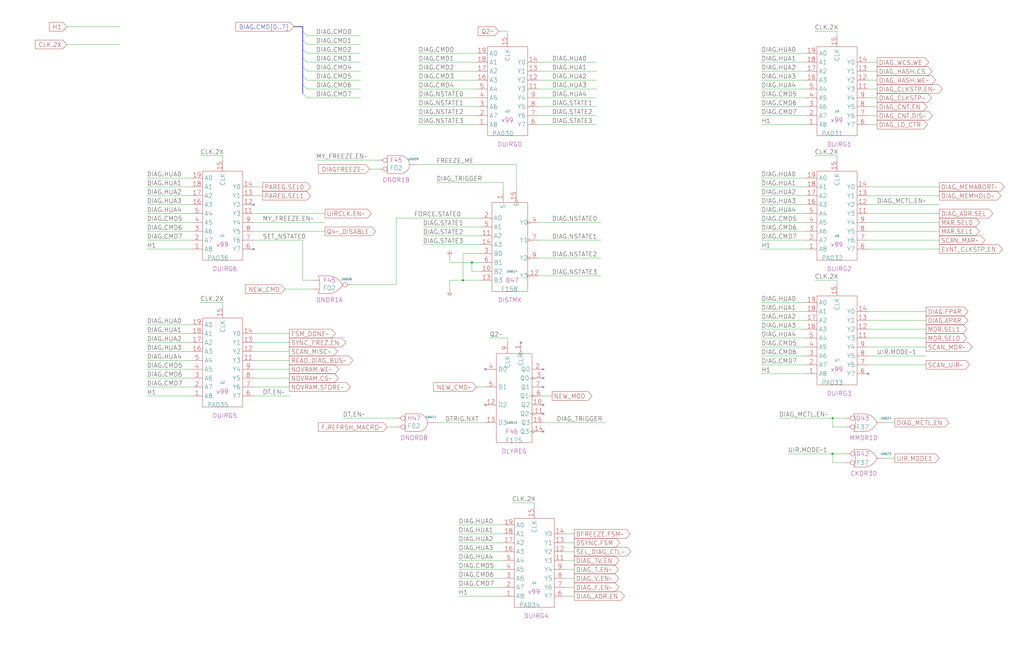
<source format=kicad_sch>
(kicad_sch (version 20230121) (generator eeschema)
  (paper "User" 584.2 378.46)
  (title_block (title "DIAGNOSTIC PROCESSOR") (date "20-MAR-90") (rev "1.0") (comment 1 "FIU") (comment 2 "232-003065") (comment 3 "S400") (comment 4 "RELEASED"))
  (lib_symbols
    (symbol "r1000:F02" (pin_numbers hide) (pin_names hide)
      (property "Reference" "U" (at 12.16 0.635 0))
      (property "Value" "F02" (at -1.27 -4.445 0))
      (property "Location" "___" (at 2.54 0 0))
      (property "Name" "______" (at 2.54 -12.7 0))
      (symbol "F02_0_1"
        (arc (start -3.81 -7.62) (mid -2.9847 -2.54) (end -3.81 2.54) (stroke (width 0.1524)))
        (polyline (pts (xy -5.08 -5.08) (xy -3.175 -5.08)) (stroke (width 0.1524)))
        (polyline (pts (xy -5.08 0) (xy -3.175 0)) (stroke (width 0.1524)))
        (polyline (pts (xy -3.81 -7.62) (xy 2.54 -7.62)) (stroke (width 0.1524)))
        (polyline (pts (xy -3.81 2.54) (xy 2.54 2.54)) (stroke (width 0.1524)))
        (polyline (pts (xy 13.97 -2.54) (xy 12.7 -2.54)) (stroke (width 0.1524)))
        (arc (start 2.54 -7.62) (mid 6.9515 -5.9823) (end 10.16 -2.54) (stroke (width 0.1524)))
        (arc (start 10.16 -2.54) (mid 6.9478 0.8966) (end 2.54 2.54) (stroke (width 0.1524)))
        (circle (center 11.43 -2.54) (radius 1.27) (stroke (width 0.1524)))
      )
      (symbol "F02_0_2"
        (circle (center -3.81 -5.08) (radius 1.27) (stroke (width 0.1524)))
        (circle (center -3.81 0) (radius 1.27) (stroke (width 0.1524)))
        (polyline (pts (xy -2.54 -7.62) (xy 5.08 -7.62)) (stroke (width 0.1524)))
        (polyline (pts (xy -2.54 2.54) (xy -2.54 -7.62)) (stroke (width 0.1524)))
        (polyline (pts (xy -2.54 2.54) (xy 5.08 2.54)) (stroke (width 0.1524)))
        (polyline (pts (xy 11.43 -2.54) (xy 10.16 -2.54)) (stroke (width 0.1524)))
        (polyline (pts (xy 11.43 -2.54) (xy 12.7 -2.54)) (stroke (width 0.1524)))
        (arc (start 5.08 -7.62) (mid 10.1282 -2.54) (end 5.08 2.54) (stroke (width 0.1524)))
      )
      (symbol "F02_1_1"
        (pin input line (at -7.62 0 0) (length 2.54) (name "D0") (number "1"))
        (pin input line (at -7.62 -5.08 0) (length 2.54) (name "D1") (number "2"))
        (pin output line (at 15.24 -2.54 180) (length 1.27) (name "Q") (number "3"))
      )
      (symbol "F02_1_2"
        (pin input line (at -7.62 0 0) (length 2.54) (name "D0") (number "1"))
        (pin input line (at -7.62 -5.08 0) (length 2.54) (name "D1") (number "2"))
        (pin output line (at 15.24 -2.54 180) (length 2.54) (name "Q") (number "3"))
      )
    )
    (symbol "r1000:F158" (pin_names (offset 1.016))
      (property "Reference" "U" (at 2.54 5.08 0))
      (property "Value" "F158" (at -3.81 -5.08 0))
      (property "Location" "___" (at -1.27 0 0))
      (property "Name" "______" (at 1.27 -12.7 0))
      (symbol "F158_1_1"
        (rectangle (start -8.89 44.45) (end 11.43 -6.35))
        (circle (center 5.08 45.085) (radius 0.635))
        (circle (center 12.065 2.54) (radius 0.635))
        (circle (center 12.065 12.7) (radius 0.635))
        (circle (center 12.065 22.86) (radius 0.635))
        (circle (center 12.065 33.02) (radius 0.635))
        (pin input line (at -2.54 50.8 270) (length 6.35) (name "S") (number "1"))
        (pin input line (at -15.24 5.08 0) (length 6.35) (name "B2") (number "10"))
        (pin input line (at -15.24 25.4 0) (length 6.35) (name "A2") (number "11"))
        (pin output line (at 17.78 2.54 180) (length 5.08) (name "Y3") (number "12"))
        (pin input line (at -15.24 0 0) (length 6.35) (name "B3") (number "13"))
        (pin input line (at -15.24 20.32 0) (length 6.35) (name "A3") (number "14"))
        (pin input line (at 5.08 50.8 270) (length 5.08) (name "E") (number "15"))
        (pin input line (at -15.24 35.56 0) (length 6.35) (name "A0") (number "2"))
        (pin input line (at -15.24 15.24 0) (length 6.35) (name "B0") (number "3"))
        (pin output line (at 17.78 33.02 180) (length 5.08) (name "Y0") (number "4"))
        (pin input line (at -15.24 30.48 0) (length 6.35) (name "A1") (number "5"))
        (pin input line (at -15.24 10.16 0) (length 6.35) (name "B1") (number "6"))
        (pin output line (at 17.78 22.86 180) (length 5.08) (name "Y1") (number "7"))
        (pin output line (at 17.78 12.7 180) (length 5.08) (name "Y2") (number "9"))
      )
    )
    (symbol "r1000:F175" (pin_names (offset 1.016))
      (property "Reference" "U" (at 2.54 5.08 0))
      (property "Value" "F175" (at -1.27 -5.08 0))
      (property "Location" "___" (at -1.27 0 0))
      (property "Name" "______" (at 3.81 -12.7 0))
      (symbol "F175_1_1"
        (rectangle (start -6.35 44.45) (end 13.97 -6.35))
        (circle (center 7.62 45.085) (radius 0.635))
        (circle (center 14.605 0) (radius 0.635))
        (circle (center 14.605 10.16) (radius 0.635))
        (circle (center 14.605 20.32) (radius 0.635))
        (circle (center 14.605 30.48) (radius 0.635))
        (pin input line (at 7.62 50.8 270) (length 5.08) (name "CLR") (number "1"))
        (pin output line (at 20.32 15.24 180) (length 6.35) (name "Q2") (number "10"))
        (pin output line (at 20.32 10.16 180) (length 5.08) (name "Q2~") (number "11"))
        (pin input line (at -12.7 15.24 0) (length 6.35) (name "D2") (number "12"))
        (pin input line (at -12.7 5.08 0) (length 6.35) (name "D3") (number "13"))
        (pin output line (at 20.32 0 180) (length 5.08) (name "Q3~") (number "14"))
        (pin output line (at 20.32 5.08 180) (length 6.35) (name "Q3") (number "15"))
        (pin output line (at 20.32 35.56 180) (length 6.35) (name "Q0") (number "2"))
        (pin output line (at 20.32 30.48 180) (length 5.08) (name "Q0~") (number "3"))
        (pin input line (at -12.7 35.56 0) (length 6.35) (name "D0") (number "4"))
        (pin input line (at -12.7 25.4 0) (length 6.35) (name "D1") (number "5"))
        (pin output line (at 20.32 20.32 180) (length 5.08) (name "Q1~") (number "6"))
        (pin output line (at 20.32 25.4 180) (length 6.35) (name "Q1") (number "7"))
        (pin input line (at 0 50.8 270) (length 6.35) (name "CLK") (number "9"))
      )
    )
    (symbol "r1000:F37" (pin_numbers hide) (pin_names (offset 0) hide)
      (property "Reference" "U" (at 15.24 0 0))
      (property "Value" "F37" (at 1.905 -5.08 0))
      (property "Location" "___" (at 1.905 0 0))
      (property "Name" "______" (at 2.54 -12.7 0))
      (symbol "F37_0_1"
        (polyline (pts (xy -2.54 -7.62) (xy 5.08 -7.62)) (stroke (width 0.1524)))
        (polyline (pts (xy -2.54 2.54) (xy -2.54 -7.62)) (stroke (width 0.1524)))
        (polyline (pts (xy -2.54 2.54) (xy 5.08 2.54)) (stroke (width 0.1524)))
        (arc (start 5.08 -7.62) (mid 10.1282 -2.54) (end 5.08 2.54) (stroke (width 0.1524)))
        (circle (center 11.43 -2.54) (radius 1.27) (stroke (width 0.1524)))
      )
      (symbol "F37_0_2"
        (circle (center -3.81 -5.08) (radius 1.27) (stroke (width 0.1524)))
        (circle (center -3.81 0) (radius 1.27) (stroke (width 0.1524)))
        (arc (start -3.175 -7.62) (mid -2.134 -2.54) (end -3.175 2.54) (stroke (width 0.1524)))
        (polyline (pts (xy -3.175 -7.62) (xy 3.81 -7.62)) (stroke (width 0.1524)))
        (polyline (pts (xy -3.175 2.54) (xy 3.81 2.54)) (stroke (width 0.1524)))
        (arc (start 3.81 -7.62) (mid 7.5855 -5.8306) (end 10.16 -2.54) (stroke (width 0.1524)))
        (arc (start 10.16 -2.54) (mid 7.5827 0.7471) (end 3.81 2.54) (stroke (width 0.1524)))
      )
      (symbol "F37_1_1"
        (pin input line (at -7.62 0 0) (length 5.08) (name "D0") (number "1"))
        (pin input line (at -7.62 -5.08 0) (length 5.08) (name "D1") (number "2"))
        (pin output line (at 15.24 -2.54 180) (length 2.54) (name "Q") (number "3"))
      )
      (symbol "F37_1_2"
        (pin input line (at -7.62 0 0) (length 2.54) (name "D0") (number "1"))
        (pin input line (at -7.62 -5.08 0) (length 2.54) (name "D1") (number "2"))
        (pin output line (at 15.24 -2.54 180) (length 5.08) (name "Q") (number "3"))
      )
    )
    (symbol "r1000:PD" (power) (pin_numbers hide) (pin_names hide) (in_bom no)
      (symbol "PD_0_1"
        (polyline (pts (xy 0 -2.54) (xy 1.27 -2.54) (xy 0 -3.81) (xy -1.27 -2.54) (xy 0 -2.54)) (stroke (width 0.1524)))
      )
      (symbol "PD_1_1"
        (pin power_in line (at 0 0 270) (length 2.54) (name "PD") (number "1"))
      )
    )
    (symbol "r1000:PU" (power) (pin_numbers hide) (pin_names hide)
      (symbol "PU_0_1"
        (polyline (pts (xy 0 2.54) (xy -1.27 2.54) (xy 0 3.81) (xy 1.27 2.54) (xy 0 2.54)) (stroke (width 0.1524)))
      )
      (symbol "PU_1_1"
        (pin power_in line (at 0 0 90) (length 2.54) (name "PU") (number "1"))
      )
    )
    (symbol "r1000:XPAXXXL" (pin_names (offset 1.016))
      (property "Reference" "U" (at 2.54 5.08 0))
      (property "Value" "XPAXXXL" (at -6.35 -7.62 0))
      (property "Location" "___" (at -1.27 0 0))
      (property "Name" "______" (at 3.81 -15.24 0))
      (symbol "XPAXXXL_1_1"
        (rectangle (start -8.89 41.91) (end 13.97 -8.89))
        (pin input line (at -15.24 -2.54 0) (length 6.35) (name "A8") (number "1"))
        (pin output line (at 20.32 17.78 180) (length 6.35) (name "Y3") (number "11"))
        (pin output line (at 20.32 22.86 180) (length 6.35) (name "Y2") (number "12"))
        (pin output line (at 20.32 27.94 180) (length 6.35) (name "Y1") (number "13"))
        (pin output line (at 20.32 33.02 180) (length 6.35) (name "Y0") (number "14"))
        (pin input line (at 2.54 48.26 270) (length 6.35) (name "CLK") (number "15"))
        (pin input line (at -15.24 22.86 0) (length 6.35) (name "A3") (number "16"))
        (pin input line (at -15.24 27.94 0) (length 6.35) (name "A2") (number "17"))
        (pin input line (at -15.24 33.02 0) (length 6.35) (name "A1") (number "18"))
        (pin input line (at -15.24 38.1 0) (length 6.35) (name "A0") (number "19"))
        (pin input line (at -15.24 2.54 0) (length 6.35) (name "A7") (number "2"))
        (pin input line (at -15.24 7.62 0) (length 6.35) (name "A6") (number "3"))
        (pin input line (at -15.24 12.7 0) (length 6.35) (name "A5") (number "4"))
        (pin input line (at -15.24 17.78 0) (length 6.35) (name "A4") (number "5"))
        (pin output line (at 20.32 -2.54 180) (length 6.35) (name "Y7") (number "6"))
        (pin output line (at 20.32 2.54 180) (length 6.35) (name "Y6") (number "7"))
        (pin output line (at 20.32 7.62 180) (length 6.35) (name "Y5") (number "8"))
        (pin output line (at 20.32 12.7 180) (length 6.35) (name "Y4") (number "9"))
      )
    )
  )
  (junction (at 269.24 149.86))
  (junction (at 264.16 160.02))
  (junction (at 474.98 238.76))
  (junction (at 474.98 259.08))
  (no_connect (at 309.88 246.38))
  (no_connect (at 309.88 231.14))
  (no_connect (at 144.78 116.84))
  (no_connect (at 276.86 210.82))
  (no_connect (at 297.18 195.58))
  (no_connect (at 144.78 142.24))
  (no_connect (at 309.88 236.22))
  (no_connect (at 276.86 231.14))
  (no_connect (at 495.3 213.36))
  (no_connect (at 309.88 220.98))
  (no_connect (at 309.88 215.9))
  (no_connect (at 309.88 210.82))
  (bus_entry (at 172.72 38.1) (size 2.54 2.54))
  (bus_entry (at 172.72 17.78) (size 2.54 2.54))
  (bus_entry (at 172.72 48.26) (size 2.54 2.54))
  (bus_entry (at 172.72 22.86) (size 2.54 2.54))
  (bus_entry (at 172.72 33.02) (size 2.54 2.54))
  (bus_entry (at 172.72 53.34) (size 2.54 2.54))
  (bus_entry (at 172.72 27.94) (size 2.54 2.54))
  (bus_entry (at 172.72 43.18) (size 2.54 2.54))
  (wire (pts (xy 271.78 220.98) (xy 276.86 220.98)))
  (wire (pts (xy 269.24 154.94) (xy 269.24 149.86)))
  (wire (pts (xy 477.52 160.02) (xy 477.52 162.56)))
  (wire (pts (xy 144.78 205.74) (xy 165.1 205.74)))
  (wire (pts (xy 495.3 132.08) (xy 535.94 132.08)))
  (bus (pts (xy 172.72 22.86) (xy 172.72 27.94)))
  (wire (pts (xy 307.34 147.32) (xy 342.9 147.32)))
  (wire (pts (xy 309.88 226.06) (xy 314.96 226.06)))
  (wire (pts (xy 444.5 238.76) (xy 474.98 238.76)))
  (wire (pts (xy 434.34 172.72) (xy 459.74 172.72)))
  (wire (pts (xy 307.34 137.16) (xy 342.9 137.16)))
  (wire (pts (xy 144.78 127) (xy 185.42 127)))
  (wire (pts (xy 226.06 162.56) (xy 200.66 162.56)))
  (wire (pts (xy 144.78 210.82) (xy 165.1 210.82)))
  (wire (pts (xy 274.32 160.02) (xy 264.16 160.02)))
  (wire (pts (xy 274.32 149.86) (xy 269.24 149.86)))
  (wire (pts (xy 144.78 220.98) (xy 165.1 220.98)))
  (wire (pts (xy 307.34 50.8) (xy 340.36 50.8)))
  (wire (pts (xy 144.78 215.9) (xy 165.1 215.9)))
  (wire (pts (xy 307.34 66.04) (xy 340.36 66.04)))
  (wire (pts (xy 248.92 241.3) (xy 276.86 241.3)))
  (wire (pts (xy 495.3 193.04) (xy 528.32 193.04)))
  (wire (pts (xy 144.78 200.66) (xy 165.1 200.66)))
  (wire (pts (xy 238.76 93.98) (xy 294.64 93.98)))
  (bus (pts (xy 167.64 15.24) (xy 172.72 15.24)))
  (wire (pts (xy 175.26 20.32) (xy 205.74 20.32)))
  (wire (pts (xy 289.56 17.78) (xy 289.56 20.32)))
  (wire (pts (xy 434.34 66.04) (xy 459.74 66.04)))
  (wire (pts (xy 274.32 124.46) (xy 226.06 124.46)))
  (wire (pts (xy 307.34 40.64) (xy 340.36 40.64)))
  (wire (pts (xy 434.34 121.92) (xy 459.74 121.92)))
  (wire (pts (xy 495.3 137.16) (xy 535.94 137.16)))
  (wire (pts (xy 434.34 208.28) (xy 459.74 208.28)))
  (wire (pts (xy 261.62 325.12) (xy 287.02 325.12)))
  (wire (pts (xy 495.3 66.04) (xy 500.38 66.04)))
  (wire (pts (xy 210.82 96.52) (xy 215.9 96.52)))
  (wire (pts (xy 307.34 35.56) (xy 340.36 35.56)))
  (wire (pts (xy 495.3 203.2) (xy 528.32 203.2)))
  (wire (pts (xy 172.72 160.02) (xy 172.72 137.16)))
  (bus (pts (xy 172.72 33.02) (xy 172.72 38.1)))
  (wire (pts (xy 241.3 129.54) (xy 274.32 129.54)))
  (wire (pts (xy 83.82 101.6) (xy 109.22 101.6)))
  (wire (pts (xy 83.82 190.5) (xy 109.22 190.5)))
  (wire (pts (xy 474.98 264.16) (xy 474.98 259.08)))
  (wire (pts (xy 241.3 134.62) (xy 274.32 134.62)))
  (wire (pts (xy 175.26 45.72) (xy 205.74 45.72)))
  (wire (pts (xy 38.1 15.24) (xy 68.58 15.24)))
  (wire (pts (xy 434.34 111.76) (xy 459.74 111.76)))
  (wire (pts (xy 180.34 91.44) (xy 215.9 91.44)))
  (wire (pts (xy 464.82 160.02) (xy 477.52 160.02)))
  (wire (pts (xy 287.02 109.22) (xy 287.02 104.14)))
  (wire (pts (xy 127 172.72) (xy 127 175.26)))
  (wire (pts (xy 322.58 320.04) (xy 327.66 320.04)))
  (wire (pts (xy 322.58 335.28) (xy 327.66 335.28)))
  (wire (pts (xy 434.34 142.24) (xy 459.74 142.24)))
  (wire (pts (xy 261.62 309.88) (xy 287.02 309.88)))
  (wire (pts (xy 144.78 226.06) (xy 165.1 226.06)))
  (wire (pts (xy 274.32 154.94) (xy 269.24 154.94)))
  (wire (pts (xy 307.34 157.48) (xy 342.9 157.48)))
  (wire (pts (xy 261.62 314.96) (xy 287.02 314.96)))
  (wire (pts (xy 83.82 111.76) (xy 109.22 111.76)))
  (wire (pts (xy 144.78 111.76) (xy 149.86 111.76)))
  (wire (pts (xy 505.46 261.62) (xy 510.54 261.62)))
  (wire (pts (xy 495.3 111.76) (xy 535.94 111.76)))
  (wire (pts (xy 83.82 220.98) (xy 109.22 220.98)))
  (wire (pts (xy 434.34 127) (xy 459.74 127)))
  (wire (pts (xy 495.3 116.84) (xy 535.94 116.84)))
  (wire (pts (xy 434.34 137.16) (xy 459.74 137.16)))
  (wire (pts (xy 127 88.9) (xy 127 91.44)))
  (wire (pts (xy 322.58 314.96) (xy 327.66 314.96)))
  (wire (pts (xy 495.3 55.88) (xy 500.38 55.88)))
  (wire (pts (xy 495.3 187.96) (xy 528.32 187.96)))
  (wire (pts (xy 474.98 238.76) (xy 482.6 238.76)))
  (wire (pts (xy 238.76 55.88) (xy 271.78 55.88)))
  (wire (pts (xy 238.76 50.8) (xy 271.78 50.8)))
  (wire (pts (xy 434.34 132.08) (xy 459.74 132.08)))
  (wire (pts (xy 83.82 205.74) (xy 109.22 205.74)))
  (wire (pts (xy 495.3 106.68) (xy 535.94 106.68)))
  (wire (pts (xy 261.62 335.28) (xy 287.02 335.28)))
  (wire (pts (xy 284.48 17.78) (xy 289.56 17.78)))
  (wire (pts (xy 175.26 30.48) (xy 205.74 30.48)))
  (wire (pts (xy 495.3 182.88) (xy 528.32 182.88)))
  (wire (pts (xy 261.62 340.36) (xy 287.02 340.36)))
  (wire (pts (xy 307.34 45.72) (xy 340.36 45.72)))
  (wire (pts (xy 238.76 40.64) (xy 271.78 40.64)))
  (wire (pts (xy 83.82 226.06) (xy 109.22 226.06)))
  (wire (pts (xy 144.78 195.58) (xy 165.1 195.58)))
  (bus (pts (xy 172.72 48.26) (xy 172.72 53.34)))
  (wire (pts (xy 449.58 259.08) (xy 474.98 259.08)))
  (wire (pts (xy 495.3 71.12) (xy 500.38 71.12)))
  (wire (pts (xy 464.82 17.78) (xy 477.52 17.78)))
  (wire (pts (xy 495.3 208.28) (xy 528.32 208.28)))
  (wire (pts (xy 495.3 50.8) (xy 500.38 50.8)))
  (bus (pts (xy 172.72 27.94) (xy 172.72 33.02)))
  (wire (pts (xy 495.3 40.64) (xy 500.38 40.64)))
  (wire (pts (xy 434.34 177.8) (xy 459.74 177.8)))
  (wire (pts (xy 434.34 193.04) (xy 459.74 193.04)))
  (wire (pts (xy 83.82 106.68) (xy 109.22 106.68)))
  (wire (pts (xy 264.16 160.02) (xy 256.54 160.02)))
  (wire (pts (xy 434.34 35.56) (xy 459.74 35.56)))
  (wire (pts (xy 434.34 55.88) (xy 459.74 55.88)))
  (wire (pts (xy 144.78 132.08) (xy 185.42 132.08)))
  (wire (pts (xy 261.62 304.8) (xy 287.02 304.8)))
  (wire (pts (xy 434.34 182.88) (xy 459.74 182.88)))
  (wire (pts (xy 434.34 116.84) (xy 459.74 116.84)))
  (bus (pts (xy 172.72 43.18) (xy 172.72 48.26)))
  (wire (pts (xy 434.34 203.2) (xy 459.74 203.2)))
  (wire (pts (xy 434.34 45.72) (xy 459.74 45.72)))
  (wire (pts (xy 294.64 109.22) (xy 294.64 93.98)))
  (wire (pts (xy 264.16 144.78) (xy 264.16 160.02)))
  (wire (pts (xy 83.82 215.9) (xy 109.22 215.9)))
  (wire (pts (xy 274.32 144.78) (xy 264.16 144.78)))
  (wire (pts (xy 304.8 287.02) (xy 304.8 289.56)))
  (wire (pts (xy 495.3 45.72) (xy 500.38 45.72)))
  (wire (pts (xy 495.3 142.24) (xy 535.94 142.24)))
  (wire (pts (xy 175.26 50.8) (xy 205.74 50.8)))
  (wire (pts (xy 83.82 195.58) (xy 109.22 195.58)))
  (wire (pts (xy 322.58 340.36) (xy 327.66 340.36)))
  (wire (pts (xy 495.3 127) (xy 535.94 127)))
  (wire (pts (xy 477.52 17.78) (xy 477.52 20.32)))
  (wire (pts (xy 175.26 40.64) (xy 205.74 40.64)))
  (wire (pts (xy 238.76 66.04) (xy 271.78 66.04)))
  (wire (pts (xy 238.76 45.72) (xy 271.78 45.72)))
  (wire (pts (xy 434.34 40.64) (xy 459.74 40.64)))
  (wire (pts (xy 292.1 287.02) (xy 304.8 287.02)))
  (wire (pts (xy 434.34 101.6) (xy 459.74 101.6)))
  (wire (pts (xy 434.34 187.96) (xy 459.74 187.96)))
  (wire (pts (xy 261.62 330.2) (xy 287.02 330.2)))
  (wire (pts (xy 83.82 132.08) (xy 109.22 132.08)))
  (wire (pts (xy 261.62 320.04) (xy 287.02 320.04)))
  (wire (pts (xy 269.24 149.86) (xy 256.54 149.86)))
  (wire (pts (xy 495.3 60.96) (xy 500.38 60.96)))
  (wire (pts (xy 83.82 200.66) (xy 109.22 200.66)))
  (wire (pts (xy 238.76 30.48) (xy 271.78 30.48)))
  (bus (pts (xy 172.72 15.24) (xy 172.72 17.78)))
  (wire (pts (xy 256.54 149.86) (xy 256.54 147.32)))
  (wire (pts (xy 322.58 325.12) (xy 327.66 325.12)))
  (wire (pts (xy 307.34 127) (xy 342.9 127)))
  (wire (pts (xy 38.1 25.4) (xy 68.58 25.4)))
  (wire (pts (xy 307.34 71.12) (xy 340.36 71.12)))
  (wire (pts (xy 434.34 50.8) (xy 459.74 50.8)))
  (wire (pts (xy 322.58 330.2) (xy 327.66 330.2)))
  (wire (pts (xy 434.34 60.96) (xy 459.74 60.96)))
  (wire (pts (xy 256.54 160.02) (xy 256.54 165.1)))
  (wire (pts (xy 495.3 177.8) (xy 528.32 177.8)))
  (wire (pts (xy 195.58 238.76) (xy 226.06 238.76)))
  (wire (pts (xy 474.98 243.84) (xy 474.98 238.76)))
  (wire (pts (xy 241.3 139.7) (xy 274.32 139.7)))
  (wire (pts (xy 261.62 299.72) (xy 287.02 299.72)))
  (wire (pts (xy 83.82 210.82) (xy 109.22 210.82)))
  (bus (pts (xy 172.72 17.78) (xy 172.72 22.86)))
  (wire (pts (xy 495.3 198.12) (xy 528.32 198.12)))
  (wire (pts (xy 434.34 198.12) (xy 459.74 198.12)))
  (wire (pts (xy 175.26 25.4) (xy 205.74 25.4)))
  (wire (pts (xy 307.34 60.96) (xy 340.36 60.96)))
  (wire (pts (xy 434.34 213.36) (xy 459.74 213.36)))
  (wire (pts (xy 114.3 88.9) (xy 127 88.9)))
  (wire (pts (xy 144.78 190.5) (xy 165.1 190.5)))
  (wire (pts (xy 307.34 55.88) (xy 340.36 55.88)))
  (wire (pts (xy 238.76 35.56) (xy 271.78 35.56)))
  (wire (pts (xy 495.3 35.56) (xy 500.38 35.56)))
  (bus (pts (xy 172.72 38.1) (xy 172.72 43.18)))
  (wire (pts (xy 226.06 124.46) (xy 226.06 162.56)))
  (wire (pts (xy 83.82 142.24) (xy 109.22 142.24)))
  (wire (pts (xy 482.6 243.84) (xy 474.98 243.84)))
  (wire (pts (xy 289.56 195.58) (xy 289.56 193.04)))
  (wire (pts (xy 114.3 172.72) (xy 127 172.72)))
  (wire (pts (xy 83.82 137.16) (xy 109.22 137.16)))
  (wire (pts (xy 434.34 106.68) (xy 459.74 106.68)))
  (wire (pts (xy 83.82 127) (xy 109.22 127)))
  (wire (pts (xy 434.34 30.48) (xy 459.74 30.48)))
  (wire (pts (xy 175.26 55.88) (xy 205.74 55.88)))
  (wire (pts (xy 464.82 88.9) (xy 477.52 88.9)))
  (wire (pts (xy 322.58 304.8) (xy 327.66 304.8)))
  (wire (pts (xy 434.34 71.12) (xy 459.74 71.12)))
  (wire (pts (xy 238.76 71.12) (xy 271.78 71.12)))
  (wire (pts (xy 495.3 121.92) (xy 535.94 121.92)))
  (wire (pts (xy 477.52 88.9) (xy 477.52 91.44)))
  (wire (pts (xy 83.82 116.84) (xy 109.22 116.84)))
  (wire (pts (xy 83.82 185.42) (xy 109.22 185.42)))
  (wire (pts (xy 482.6 264.16) (xy 474.98 264.16)))
  (wire (pts (xy 172.72 137.16) (xy 144.78 137.16)))
  (wire (pts (xy 144.78 121.92) (xy 185.42 121.92)))
  (wire (pts (xy 474.98 259.08) (xy 482.6 259.08)))
  (wire (pts (xy 144.78 106.68) (xy 149.86 106.68)))
  (wire (pts (xy 309.88 241.3) (xy 345.44 241.3)))
  (wire (pts (xy 248.92 104.14) (xy 287.02 104.14)))
  (wire (pts (xy 505.46 241.3) (xy 510.54 241.3)))
  (wire (pts (xy 238.76 60.96) (xy 271.78 60.96)))
  (wire (pts (xy 220.98 243.84) (xy 226.06 243.84)))
  (wire (pts (xy 175.26 35.56) (xy 205.74 35.56)))
  (wire (pts (xy 162.56 165.1) (xy 177.8 165.1)))
  (wire (pts (xy 83.82 121.92) (xy 109.22 121.92)))
  (wire (pts (xy 279.4 193.04) (xy 289.56 193.04)))
  (wire (pts (xy 322.58 309.88) (xy 327.66 309.88)))
  (wire (pts (xy 177.8 160.02) (xy 172.72 160.02)))
  (label "H1" (at 83.82 226.06 0) (effects (font (size 2.54 2.54))))
  (label "DIAG.CMD4" (at 180.34 40.64 0) (effects (font (size 2.54 2.54))))
  (label "DIAG.CMD5" (at 434.34 198.12 0) (effects (font (size 2.54 2.54))))
  (label "DIAG.HUA4" (at 261.62 320.04 0) (effects (font (size 2.54 2.54))))
  (label "DT.EN~" (at 195.58 238.76 0) (effects (font (size 2.54 2.54))))
  (label "DIAG.HUA3" (at 261.62 314.96 0) (effects (font (size 2.54 2.54))))
  (label "H1" (at 434.34 213.36 0) (effects (font (size 2.54 2.54))))
  (label "DIAG.HUA0" (at 434.34 30.48 0) (effects (font (size 2.54 2.54))))
  (label "DIAG.STATE3" (at 241.3 139.7 0) (effects (font (size 2.54 2.54))))
  (label "DTRIG.NXT" (at 254 241.3 0) (effects (font (size 2.54 2.54))))
  (label "DIAG.HUA3" (at 314.96 50.8 0) (effects (font (size 2.54 2.54))))
  (label "DIAG.CMD7" (at 83.82 137.16 0) (effects (font (size 2.54 2.54))))
  (label "DIAG.CMD7" (at 83.82 220.98 0) (effects (font (size 2.54 2.54))))
  (label "DIAG.NSTATE3" (at 314.96 157.48 0) (effects (font (size 2.54 2.54))))
  (label "DIAG.HUA4" (at 83.82 205.74 0) (effects (font (size 2.54 2.54))))
  (label "CLK.2X" (at 464.82 88.9 0) (effects (font (size 2.54 2.54))))
  (label "H1" (at 83.82 142.24 0) (effects (font (size 2.54 2.54))))
  (label "DIAG.HUA3" (at 434.34 45.72 0) (effects (font (size 2.54 2.54))))
  (label "DIAG.CMD5" (at 261.62 325.12 0) (effects (font (size 2.54 2.54))))
  (label "DIAG.NSTATE1" (at 238.76 60.96 0) (effects (font (size 2.54 2.54))))
  (label "DT.EN~" (at 149.86 226.06 0) (effects (font (size 2.54 2.54))))
  (label "DIAG.STATE1" (at 241.3 129.54 0) (effects (font (size 2.54 2.54))))
  (label "DIAG.CMD3" (at 180.34 35.56 0) (effects (font (size 2.54 2.54))))
  (label "H1" (at 261.62 340.36 0) (effects (font (size 2.54 2.54))))
  (label "UIR.MODE~1" (at 500.38 203.2 0) (effects (font (size 2.54 2.54))))
  (label "DIAG.CMD6" (at 180.34 50.8 0) (effects (font (size 2.54 2.54))))
  (label "DIAG.CMD5" (at 83.82 210.82 0) (effects (font (size 2.54 2.54))))
  (label "CLK.2X" (at 114.3 172.72 0) (effects (font (size 2.54 2.54))))
  (label "DIAG.HUA0" (at 83.82 101.6 0) (effects (font (size 2.54 2.54))))
  (label "DIAG.HUA2" (at 434.34 182.88 0) (effects (font (size 2.54 2.54))))
  (label "MY_FREEZE.EN~" (at 149.86 127 0) (effects (font (size 2.54 2.54))))
  (label "DIAG.HUA1" (at 83.82 190.5 0) (effects (font (size 2.54 2.54))))
  (label "MY_FREEZE.EN~" (at 180.34 91.44 0) (effects (font (size 2.54 2.54))))
  (label "DIAG.CMD0" (at 238.76 30.48 0) (effects (font (size 2.54 2.54))))
  (label "DIAG.CMD6" (at 434.34 203.2 0) (effects (font (size 2.54 2.54))))
  (label "DIAG.HUA0" (at 434.34 172.72 0) (effects (font (size 2.54 2.54))))
  (label "DIAG.NSTATE0" (at 238.76 55.88 0) (effects (font (size 2.54 2.54))))
  (label "SET_NSTATE0" (at 149.86 137.16 0) (effects (font (size 2.54 2.54))))
  (label "CLK.2X" (at 292.1 287.02 0) (effects (font (size 2.54 2.54))))
  (label "DIAG.HUA0" (at 83.82 185.42 0) (effects (font (size 2.54 2.54))))
  (label "DIAG.CMD7" (at 434.34 66.04 0) (effects (font (size 2.54 2.54))))
  (label "DIAG.HUA3" (at 83.82 116.84 0) (effects (font (size 2.54 2.54))))
  (label "DIAG.HUA1" (at 261.62 304.8 0) (effects (font (size 2.54 2.54))))
  (label "DIAG.CMD6" (at 261.62 330.2 0) (effects (font (size 2.54 2.54))))
  (label "DIAG.NSTATE2" (at 314.96 147.32 0) (effects (font (size 2.54 2.54))))
  (label "DIAG.CMD2" (at 180.34 30.48 0) (effects (font (size 2.54 2.54))))
  (label "DIAG.CMD5" (at 434.34 55.88 0) (effects (font (size 2.54 2.54))))
  (label "DIAG.STATE1" (at 314.96 60.96 0) (effects (font (size 2.54 2.54))))
  (label "DIAG.HUA4" (at 434.34 50.8 0) (effects (font (size 2.54 2.54))))
  (label "DIAG.NSTATE3" (at 238.76 71.12 0) (effects (font (size 2.54 2.54))))
  (label "DIAG.HUA2" (at 83.82 195.58 0) (effects (font (size 2.54 2.54))))
  (label "DIAG.CMD7" (at 180.34 55.88 0) (effects (font (size 2.54 2.54))))
  (label "DIAG.NSTATE1" (at 314.96 137.16 0) (effects (font (size 2.54 2.54))))
  (label "DIAG.NSTATE2" (at 238.76 66.04 0) (effects (font (size 2.54 2.54))))
  (label "DIAG.HUA4" (at 83.82 121.92 0) (effects (font (size 2.54 2.54))))
  (label "DIAG.CMD7" (at 434.34 137.16 0) (effects (font (size 2.54 2.54))))
  (label "H1" (at 434.34 71.12 0) (effects (font (size 2.54 2.54))))
  (label "DIAG.CMD7" (at 434.34 208.28 0) (effects (font (size 2.54 2.54))))
  (label "DIAG.HUA3" (at 434.34 116.84 0) (effects (font (size 2.54 2.54))))
  (label "DIAG_TRIGGER" (at 317.5 241.3 0) (effects (font (size 2.54 2.54))))
  (label "CLK.2X" (at 114.3 88.9 0) (effects (font (size 2.54 2.54))))
  (label "DIAG.HUA0" (at 434.34 101.6 0) (effects (font (size 2.54 2.54))))
  (label "DIAG.CMD4" (at 238.76 50.8 0) (effects (font (size 2.54 2.54))))
  (label "FREEZE_ME" (at 248.92 93.98 0) (effects (font (size 2.54 2.54))))
  (label "DIAG.STATE2" (at 241.3 134.62 0) (effects (font (size 2.54 2.54))))
  (label "DIAG.HUA2" (at 434.34 40.64 0) (effects (font (size 2.54 2.54))))
  (label "DIAG.CMD6" (at 83.82 215.9 0) (effects (font (size 2.54 2.54))))
  (label "DIAG.STATE2" (at 314.96 66.04 0) (effects (font (size 2.54 2.54))))
  (label "DIAG.CMD6" (at 434.34 132.08 0) (effects (font (size 2.54 2.54))))
  (label "DIAG.CMD6" (at 434.34 60.96 0) (effects (font (size 2.54 2.54))))
  (label "DIAG.CMD5" (at 434.34 127 0) (effects (font (size 2.54 2.54))))
  (label "DIAG_MCTL.EN~" (at 500.38 116.84 0) (effects (font (size 2.54 2.54))))
  (label "CLK.2X" (at 464.82 17.78 0) (effects (font (size 2.54 2.54))))
  (label "Q2~" (at 279.4 193.04 0) (effects (font (size 2.54 2.54))))
  (label "UIR.MODE~1" (at 449.58 259.08 0) (effects (font (size 2.54 2.54))))
  (label "DIAG.HUA2" (at 261.62 309.88 0) (effects (font (size 2.54 2.54))))
  (label "DIAG.HUA4" (at 434.34 121.92 0) (effects (font (size 2.54 2.54))))
  (label "DIAG.CMD3" (at 238.76 45.72 0) (effects (font (size 2.54 2.54))))
  (label "DIAG.HUA0" (at 261.62 299.72 0) (effects (font (size 2.54 2.54))))
  (label "CLK.2X" (at 464.82 160.02 0) (effects (font (size 2.54 2.54))))
  (label "DIAG.CMD2" (at 238.76 40.64 0) (effects (font (size 2.54 2.54))))
  (label "DIAG_TRIGGER" (at 248.92 104.14 0) (effects (font (size 2.54 2.54))))
  (label "DIAG.CMD5" (at 83.82 127 0) (effects (font (size 2.54 2.54))))
  (label "DIAG.NSTATE0" (at 314.96 127 0) (effects (font (size 2.54 2.54))))
  (label "DIAG.HUA2" (at 314.96 45.72 0) (effects (font (size 2.54 2.54))))
  (label "DIAG.CMD1" (at 180.34 25.4 0) (effects (font (size 2.54 2.54))))
  (label "DIAG.HUA1" (at 314.96 40.64 0) (effects (font (size 2.54 2.54))))
  (label "DIAG.HUA1" (at 434.34 35.56 0) (effects (font (size 2.54 2.54))))
  (label "DIAG.HUA4" (at 314.96 55.88 0) (effects (font (size 2.54 2.54))))
  (label "DIAG.HUA1" (at 83.82 106.68 0) (effects (font (size 2.54 2.54))))
  (label "DIAG.CMD7" (at 261.62 335.28 0) (effects (font (size 2.54 2.54))))
  (label "DIAG.HUA2" (at 434.34 111.76 0) (effects (font (size 2.54 2.54))))
  (label "DIAG.HUA1" (at 434.34 177.8 0) (effects (font (size 2.54 2.54))))
  (label "DIAG.CMD6" (at 83.82 132.08 0) (effects (font (size 2.54 2.54))))
  (label "DIAG.CMD0" (at 180.34 20.32 0) (effects (font (size 2.54 2.54))))
  (label "H1" (at 434.34 142.24 0) (effects (font (size 2.54 2.54))))
  (label "DIAG.HUA0" (at 314.96 35.56 0) (effects (font (size 2.54 2.54))))
  (label "DIAG.HUA1" (at 434.34 106.68 0) (effects (font (size 2.54 2.54))))
  (label "DIAG.STATE3" (at 314.96 71.12 0) (effects (font (size 2.54 2.54))))
  (label "DIAG.HUA3" (at 434.34 187.96 0) (effects (font (size 2.54 2.54))))
  (label "DIAG.CMD1" (at 238.76 35.56 0) (effects (font (size 2.54 2.54))))
  (label "FORCE.STATE0" (at 236.22 124.46 0) (effects (font (size 2.54 2.54))))
  (label "DIAG.HUA3" (at 83.82 200.66 0) (effects (font (size 2.54 2.54))))
  (label "DIAG.HUA2" (at 83.82 111.76 0) (effects (font (size 2.54 2.54))))
  (label "DIAG.HUA4" (at 434.34 193.04 0) (effects (font (size 2.54 2.54))))
  (label "DIAG.CMD5" (at 180.34 45.72 0) (effects (font (size 2.54 2.54))))
  (label "DIAG_MCTL.EN~" (at 444.5 238.76 0) (effects (font (size 2.54 2.54))))
  (global_label "DIAG_ADR.EN" (shape output) (at 327.66 340.36 0) (effects (font (size 2.54 2.54))) (property "Intersheetrefs" "${INTERSHEET_REFS}" (at 356.1231 340.2013 0) (effects (font (size 1.905 1.905)) (justify left))))
  (global_label "SEL_DIAG_CTL~" (shape output) (at 327.66 314.96 0) (effects (font (size 2.54 2.54))) (property "Intersheetrefs" "${INTERSHEET_REFS}" (at 359.7517 314.8013 0) (effects (font (size 1.905 1.905)) (justify left))))
  (global_label "UIRCLK.EN~" (shape output) (at 185.42 121.92 0) (effects (font (size 2.54 2.54))) (property "Intersheetrefs" "${INTERSHEET_REFS}" (at 211.585 121.7613 0) (effects (font (size 1.905 1.905)) (justify left))))
  (global_label "SCAN_MDR~" (shape output) (at 528.32 198.12 0) (effects (font (size 2.54 2.54))) (property "Intersheetrefs" "${INTERSHEET_REFS}" (at 554.485 197.9613 0) (effects (font (size 1.905 1.905)) (justify left))))
  (global_label "DIAG_MEMABORT~" (shape output) (at 535.94 106.68 0) (effects (font (size 2.54 2.54))) (property "Intersheetrefs" "${INTERSHEET_REFS}" (at 572.7488 106.5213 0) (effects (font (size 1.905 1.905)) (justify left))))
  (global_label "DIAGFREEZE~" (shape input) (at 210.82 96.52 180) (effects (font (size 2.54 2.54))) (property "Intersheetrefs" "${INTERSHEET_REFS}" (at 181.8731 96.6787 0) (effects (font (size 1.905 1.905)) (justify right))))
  (global_label "DIAG_CNT.EN" (shape output) (at 500.38 60.96 0) (effects (font (size 2.54 2.54))) (property "Intersheetrefs" "${INTERSHEET_REFS}" (at 528.7222 60.8013 0) (effects (font (size 1.905 1.905)) (justify left))))
  (global_label "DIAG_V.EN~" (shape output) (at 327.66 330.2 0) (effects (font (size 2.54 2.54))) (property "Intersheetrefs" "${INTERSHEET_REFS}" (at 352.8574 330.0413 0) (effects (font (size 1.905 1.905)) (justify left))))
  (global_label "DIAG.FPAR" (shape output) (at 528.32 177.8 0) (effects (font (size 2.54 2.54))) (property "Intersheetrefs" "${INTERSHEET_REFS}" (at 552.066 177.6413 0) (effects (font (size 1.905 1.905)) (justify left))))
  (global_label "Q2~" (shape input) (at 284.48 17.78 180) (effects (font (size 2.54 2.54))) (property "Intersheetrefs" "${INTERSHEET_REFS}" (at 272.9502 17.6213 0) (effects (font (size 1.905 1.905)) (justify right))))
  (global_label "DIAG_MCTL.EN" (shape output) (at 510.54 241.3 0) (effects (font (size 2.54 2.54))) (property "Intersheetrefs" "${INTERSHEET_REFS}" (at 541.1803 241.1413 0) (effects (font (size 1.905 1.905)) (justify left))))
  (global_label "NEW_CMD" (shape input) (at 162.56 165.1 180) (effects (font (size 2.54 2.54))) (property "Intersheetrefs" "${INTERSHEET_REFS}" (at 140.1445 164.9413 0) (effects (font (size 1.905 1.905)) (justify right))))
  (global_label "NEW_CMD~" (shape input) (at 271.78 220.98 180) (effects (font (size 2.54 2.54))) (property "Intersheetrefs" "${INTERSHEET_REFS}" (at 247.5502 221.1387 0) (effects (font (size 1.905 1.905)) (justify right))))
  (global_label "H1" (shape input) (at 38.1 15.24 180) (effects (font (size 2.54 2.54))) (property "Intersheetrefs" "${INTERSHEET_REFS}" (at 28.3845 15.0813 0) (effects (font (size 1.905 1.905)) (justify right))))
  (global_label "F.REFRSH_MACRO~" (shape input) (at 220.98 243.84 180) (effects (font (size 2.54 2.54))) (property "Intersheetrefs" "${INTERSHEET_REFS}" (at 181.5616 243.9987 0) (effects (font (size 1.905 1.905)) (justify right))))
  (global_label "MDR.SEL0" (shape output) (at 528.32 193.04 0) (effects (font (size 2.54 2.54))) (property "Intersheetrefs" "${INTERSHEET_REFS}" (at 551.3403 192.8813 0) (effects (font (size 1.905 1.905)) (justify left))))
  (global_label "SCAN_MISC~" (shape output) (at 165.1 200.66 0) (effects (font (size 2.54 2.54))) (property "Intersheetrefs" "${INTERSHEET_REFS}" (at 192.3536 200.5013 0) (effects (font (size 1.905 1.905)) (justify left))))
  (global_label "DIAG_WCS.WE" (shape output) (at 500.38 35.56 0) (effects (font (size 2.54 2.54))) (property "Intersheetrefs" "${INTERSHEET_REFS}" (at 529.6898 35.4013 0) (effects (font (size 1.905 1.905)) (justify left))))
  (global_label "DIAG_T.EN~" (shape output) (at 327.66 325.12 0) (effects (font (size 2.54 2.54))) (property "Intersheetrefs" "${INTERSHEET_REFS}" (at 352.6155 324.9613 0) (effects (font (size 1.905 1.905)) (justify left))))
  (global_label "DIAG_CNT.DIS~" (shape output) (at 500.38 66.04 0) (effects (font (size 2.54 2.54))) (property "Intersheetrefs" "${INTERSHEET_REFS}" (at 531.746 65.8813 0) (effects (font (size 1.905 1.905)) (justify left))))
  (global_label "DIAG_HASH.WE~" (shape output) (at 500.38 45.72 0) (effects (font (size 2.54 2.54))) (property "Intersheetrefs" "${INTERSHEET_REFS}" (at 533.5603 45.5613 0) (effects (font (size 1.905 1.905)) (justify left))))
  (global_label "Q4~_DISABLE" (shape output) (at 185.42 132.08 0) (effects (font (size 2.54 2.54))) (property "Intersheetrefs" "${INTERSHEET_REFS}" (at 214.3155 131.9213 0) (effects (font (size 1.905 1.905)) (justify left))))
  (global_label "DIAG_ADR.SEL" (shape output) (at 535.94 121.92 0) (effects (font (size 2.54 2.54))) (property "Intersheetrefs" "${INTERSHEET_REFS}" (at 566.2174 121.7613 0) (effects (font (size 1.905 1.905)) (justify left))))
  (global_label "DIAG_LD_CTR" (shape output) (at 500.38 71.12 0) (effects (font (size 2.54 2.54))) (property "Intersheetrefs" "${INTERSHEET_REFS}" (at 528.9641 70.9613 0) (effects (font (size 1.905 1.905)) (justify left))))
  (global_label "EVNT_CLKSTP.EN" (shape output) (at 535.94 142.24 0) (effects (font (size 2.54 2.54))) (property "Intersheetrefs" "${INTERSHEET_REFS}" (at 571.7812 142.0813 0) (effects (font (size 1.905 1.905)) (justify left))))
  (global_label "SCAN_UIR~" (shape output) (at 528.32 208.28 0) (effects (font (size 2.54 2.54))) (property "Intersheetrefs" "${INTERSHEET_REFS}" (at 552.9126 208.1213 0) (effects (font (size 1.905 1.905)) (justify left))))
  (global_label "MDR.SEL1" (shape output) (at 528.32 187.96 0) (effects (font (size 2.54 2.54))) (property "Intersheetrefs" "${INTERSHEET_REFS}" (at 551.3403 187.8013 0) (effects (font (size 1.905 1.905)) (justify left))))
  (global_label "MAR.SEL0" (shape output) (at 535.94 127 0) (effects (font (size 2.54 2.54))) (property "Intersheetrefs" "${INTERSHEET_REFS}" (at 558.5974 126.8413 0) (effects (font (size 1.905 1.905)) (justify left))))
  (global_label "DIAG_CLKSTP~" (shape output) (at 500.38 55.88 0) (effects (font (size 2.54 2.54))) (property "Intersheetrefs" "${INTERSHEET_REFS}" (at 531.2622 55.7213 0) (effects (font (size 1.905 1.905)) (justify left))))
  (global_label "MAR.SEL1" (shape output) (at 535.94 132.08 0) (effects (font (size 2.54 2.54))) (property "Intersheetrefs" "${INTERSHEET_REFS}" (at 558.5974 131.9213 0) (effects (font (size 1.905 1.905)) (justify left))))
  (global_label "DIAG.APAR" (shape output) (at 528.32 182.88 0) (effects (font (size 2.54 2.54))) (property "Intersheetrefs" "${INTERSHEET_REFS}" (at 552.066 182.7213 0) (effects (font (size 1.905 1.905)) (justify left))))
  (global_label "DSYNC.FSM" (shape output) (at 327.66 309.88 0) (effects (font (size 2.54 2.54))) (property "Intersheetrefs" "${INTERSHEET_REFS}" (at 354.5161 309.88 0) (effects (justify left))))
  (global_label "DIAG_CLKSTP.EN~" (shape output) (at 500.38 50.8 0) (effects (font (size 2.54 2.54))) (property "Intersheetrefs" "${INTERSHEET_REFS}" (at 537.4307 50.6413 0) (effects (font (size 1.905 1.905)) (justify left))))
  (global_label "NOVRAM.STORE~" (shape output) (at 165.1 220.98 0) (effects (font (size 2.54 2.54))) (property "Intersheetrefs" "${INTERSHEET_REFS}" (at 199.7317 220.8213 0) (effects (font (size 1.905 1.905)) (justify left))))
  (global_label "DIAG_MEMHOLD~" (shape output) (at 535.94 111.76 0) (effects (font (size 2.54 2.54))) (property "Intersheetrefs" "${INTERSHEET_REFS}" (at 570.8136 111.6013 0) (effects (font (size 1.905 1.905)) (justify left))))
  (global_label "NEW_MOD" (shape output) (at 314.96 226.06 0) (effects (font (size 2.54 2.54))) (property "Intersheetrefs" "${INTERSHEET_REFS}" (at 337.4965 225.9013 0) (effects (font (size 1.905 1.905)) (justify left))))
  (global_label "SCAN_MAR~" (shape output) (at 535.94 137.16 0) (effects (font (size 2.54 2.54))) (property "Intersheetrefs" "${INTERSHEET_REFS}" (at 561.7422 137.0013 0) (effects (font (size 1.905 1.905)) (justify left))))
  (global_label "NOVRAM.CS~" (shape output) (at 165.1 215.9 0) (effects (font (size 2.54 2.54))) (property "Intersheetrefs" "${INTERSHEET_REFS}" (at 192.8374 215.7413 0) (effects (font (size 1.905 1.905)) (justify left))))
  (global_label "DIAG_F.EN~" (shape output) (at 327.66 335.28 0) (effects (font (size 2.54 2.54))) (property "Intersheetrefs" "${INTERSHEET_REFS}" (at 352.8574 335.1213 0) (effects (font (size 1.905 1.905)) (justify left))))
  (global_label "DIAG.CMD[0..7]" (shape input) (at 167.64 15.24 180) (effects (font (size 2.54 2.54))) (property "Intersheetrefs" "${INTERSHEET_REFS}" (at 134.7016 15.0813 0) (effects (font (size 1.905 1.905)) (justify right))))
  (global_label "DIAG_TV.EN" (shape output) (at 327.66 320.04 0) (effects (font (size 2.54 2.54))) (property "Intersheetrefs" "${INTERSHEET_REFS}" (at 352.9784 319.8813 0) (effects (font (size 1.905 1.905)) (justify left))))
  (global_label "UIR.MODE1" (shape output) (at 510.54 261.62 0) (effects (font (size 2.54 2.54))) (property "Intersheetrefs" "${INTERSHEET_REFS}" (at 535.807 261.4613 0) (effects (font (size 1.905 1.905)) (justify left))))
  (global_label "DIAG_HASH.CS" (shape output) (at 500.38 40.64 0) (effects (font (size 2.54 2.54))) (property "Intersheetrefs" "${INTERSHEET_REFS}" (at 531.6946 40.4813 0) (effects (font (size 1.905 1.905)) (justify left))))
  (global_label "DFREEZE.FSM~" (shape output) (at 327.66 304.8 0) (effects (font (size 2.54 2.54))) (property "Intersheetrefs" "${INTERSHEET_REFS}" (at 359.3888 304.6413 0) (effects (font (size 1.905 1.905)) (justify left))))
  (global_label "SYNC_FREZ.EN" (shape output) (at 165.1 195.58 0) (effects (font (size 2.54 2.54))) (property "Intersheetrefs" "${INTERSHEET_REFS}" (at 197.0707 195.4213 0) (effects (font (size 1.905 1.905)) (justify left))))
  (global_label "CLK.2X" (shape input) (at 38.1 25.4 180) (effects (font (size 2.54 2.54))) (property "Intersheetrefs" "${INTERSHEET_REFS}" (at 10.6045 25.2413 0) (effects (font (size 1.905 1.905)) (justify right))))
  (global_label "FSM_DONE~" (shape output) (at 165.1 190.5 0) (effects (font (size 2.54 2.54))) (property "Intersheetrefs" "${INTERSHEET_REFS}" (at 191.1441 190.3413 0) (effects (font (size 1.905 1.905)) (justify left))))
  (global_label "PAREG.SEL0" (shape output) (at 149.86 106.68 0) (effects (font (size 2.54 2.54))) (property "Intersheetrefs" "${INTERSHEET_REFS}" (at 176.9926 106.5213 0) (effects (font (size 1.905 1.905)) (justify left))))
  (global_label "NOVRAM.WE~" (shape output) (at 165.1 210.82 0) (effects (font (size 2.54 2.54))) (property "Intersheetrefs" "${INTERSHEET_REFS}" (at 193.0793 210.6613 0) (effects (font (size 1.905 1.905)) (justify left))))
  (global_label "PAREG.SEL1" (shape output) (at 149.86 111.76 0) (effects (font (size 2.54 2.54))) (property "Intersheetrefs" "${INTERSHEET_REFS}" (at 176.9926 111.6013 0) (effects (font (size 1.905 1.905)) (justify left))))
  (global_label "READ_DIAG_BUS~" (shape output) (at 165.1 205.74 0) (effects (font (size 2.54 2.54))) (property "Intersheetrefs" "${INTERSHEET_REFS}" (at 201.0622 205.5813 0) (effects (font (size 1.905 1.905)) (justify left))))
  (symbol (lib_id "r1000:XPAXXXL") (at 302.26 337.82 0) (unit 1)
    (property "Reference" "U4" (at 304.8 332.74 0))
    (property "Value" "PA034" (at 295.91 345.44 0) (effects (font (size 2.54 2.54)) (justify left)))
    (property "Location" "x99" (at 300.99 337.82 0) (effects (font (size 2.54 2.54)) (justify left)))
    (property "Name" "DUIRG4" (at 306.07 353.06 0) (effects (font (size 2.54 2.54)) (justify bottom)))
  )
  (symbol (lib_id "r1000:F02") (at 223.52 91.44 0) (unit 1) (convert 2)
    (property "Reference" "U6609" (at 235.68 90.805 0))
    (property "Value" "F02" (at 222.25 95.885 0) (effects (font (size 2.54 2.54)) (justify left)))
    (property "Location" "F45" (at 226.06 91.44 0) (effects (font (size 2.54 2.54))))
    (property "Name" "DNOR1B" (at 226.06 104.14 0) (effects (font (size 2.54 2.54)) (justify bottom)))
  )
  (symbol (lib_id "r1000:XPAXXXL") (at 474.98 210.82 0) (unit 1)
    (property "Reference" "U7" (at 477.52 205.74 0))
    (property "Value" "PA033" (at 468.63 218.44 0) (effects (font (size 2.54 2.54)) (justify left)))
    (property "Location" "x99" (at 473.71 210.82 0) (effects (font (size 2.54 2.54)) (justify left)))
    (property "Name" "DUIRG3" (at 478.79 226.06 0) (effects (font (size 2.54 2.54)) (justify bottom)))
  )
  (symbol (lib_id "r1000:XPAXXXL") (at 124.46 223.52 0) (unit 1)
    (property "Reference" "U2" (at 127 218.44 0))
    (property "Value" "PA035" (at 118.11 231.14 0) (effects (font (size 2.54 2.54)) (justify left)))
    (property "Location" "x99" (at 123.19 223.52 0) (effects (font (size 2.54 2.54)) (justify left)))
    (property "Name" "DUIRG5" (at 128.27 238.76 0) (effects (font (size 2.54 2.54)) (justify bottom)))
  )
  (symbol (lib_id "r1000:F175") (at 289.56 246.38 0) (unit 1)
    (property "Reference" "U6615" (at 292.1 241.3 0))
    (property "Value" "F175" (at 288.29 251.46 0) (effects (font (size 2.54 2.54)) (justify left)))
    (property "Location" "F46" (at 288.29 246.38 0) (effects (font (size 2.54 2.54)) (justify left)))
    (property "Name" "DLYREG" (at 293.37 259.08 0) (effects (font (size 2.54 2.54)) (justify bottom)))
  )
  (symbol (lib_id "r1000:XPAXXXL") (at 474.98 139.7 0) (unit 1)
    (property "Reference" "U6" (at 477.52 134.62 0))
    (property "Value" "PA032" (at 468.63 147.32 0) (effects (font (size 2.54 2.54)) (justify left)))
    (property "Location" "x99" (at 473.71 139.7 0) (effects (font (size 2.54 2.54)) (justify left)))
    (property "Name" "DUIRG2" (at 478.79 154.94 0) (effects (font (size 2.54 2.54)) (justify bottom)))
  )
  (symbol (lib_id "r1000:XPAXXXL") (at 474.98 68.58 0) (unit 1)
    (property "Reference" "U5" (at 477.52 63.5 0))
    (property "Value" "PA031" (at 468.63 76.2 0) (effects (font (size 2.54 2.54)) (justify left)))
    (property "Location" "x99" (at 473.71 68.58 0) (effects (font (size 2.54 2.54)) (justify left)))
    (property "Name" "DUIRG1" (at 478.79 83.82 0) (effects (font (size 2.54 2.54)) (justify bottom)))
  )
  (symbol (lib_id "r1000:PD") (at 256.54 165.1 0) (unit 1) (in_bom no)
    (property "Reference" "#PWR06602" (effects hide))
    (property "Value" "PD" (effects hide))
  )
  (symbol (lib_id "r1000:XPAXXXL") (at 124.46 139.7 0) (unit 1)
    (property "Reference" "U1" (at 127 134.62 0))
    (property "Value" "PA036" (at 118.11 147.32 0) (effects (font (size 2.54 2.54)) (justify left)))
    (property "Location" "x99" (at 123.19 139.7 0) (effects (font (size 2.54 2.54)) (justify left)))
    (property "Name" "DUIRG6" (at 128.27 154.94 0) (effects (font (size 2.54 2.54)) (justify bottom)))
  )
  (symbol (lib_id "r1000:XPAXXXL") (at 287.02 68.58 0) (unit 1)
    (property "Reference" "U3" (at 289.56 63.5 0))
    (property "Value" "PA030" (at 280.67 76.2 0) (effects (font (size 2.54 2.54)) (justify left)))
    (property "Location" "x99" (at 285.75 68.58 0) (effects (font (size 2.54 2.54)) (justify left)))
    (property "Name" "DUIRG0" (at 290.83 83.82 0) (effects (font (size 2.54 2.54)) (justify bottom)))
  )
  (symbol (lib_id "r1000:PU") (at 256.54 147.32 0) (unit 1)
    (property "Reference" "#PWR06601" (effects hide))
    (property "Value" "PU" (effects hide))
  )
  (symbol (lib_id "r1000:F158") (at 289.56 160.02 0) (unit 1)
    (property "Reference" "U6614" (at 292.1 154.94 0))
    (property "Value" "F158" (at 285.75 165.1 0) (effects (font (size 2.54 2.54)) (justify left)))
    (property "Location" "B47" (at 288.29 160.02 0) (effects (font (size 2.54 2.54)) (justify left)))
    (property "Name" "DISTMX" (at 290.83 172.72 0) (effects (font (size 2.54 2.54)) (justify bottom)))
  )
  (symbol (lib_id "r1000:F02") (at 185.42 160.02 0) (unit 1)
    (property "Reference" "U6608" (at 197.58 159.385 0))
    (property "Value" "F02" (at 184.15 164.465 0) (effects (font (size 2.54 2.54)) (justify left)))
    (property "Location" "F45" (at 187.96 160.02 0) (effects (font (size 2.54 2.54))))
    (property "Name" "DNOR1A" (at 187.96 172.72 0) (effects (font (size 2.54 2.54)) (justify bottom)))
  )
  (symbol (lib_id "r1000:F37") (at 490.22 259.08 0) (unit 1) (convert 2)
    (property "Reference" "U6623" (at 505.46 259.08 0))
    (property "Value" "F37" (at 492.125 264.16 0) (effects (font (size 2.54 2.54))))
    (property "Location" "D42" (at 492.125 259.08 0) (effects (font (size 2.54 2.54))))
    (property "Name" "CKDR3D" (at 492.76 271.78 0) (effects (font (size 2.54 2.54)) (justify bottom)))
  )
  (symbol (lib_id "r1000:F37") (at 490.22 238.76 0) (unit 1) (convert 2)
    (property "Reference" "U6624" (at 505.46 238.76 0))
    (property "Value" "F37" (at 492.125 243.84 0) (effects (font (size 2.54 2.54))))
    (property "Location" "O43" (at 492.125 238.76 0) (effects (font (size 2.54 2.54))))
    (property "Name" "MMDR1D" (at 492.76 251.46 0) (effects (font (size 2.54 2.54)) (justify bottom)))
  )
  (symbol (lib_id "r1000:F02") (at 233.68 238.76 0) (unit 1) (convert 2)
    (property "Reference" "U6611" (at 245.84 238.125 0))
    (property "Value" "F02" (at 232.41 243.205 0) (effects (font (size 2.54 2.54)) (justify left)))
    (property "Location" "H47" (at 236.22 238.76 0) (effects (font (size 2.54 2.54))))
    (property "Name" "DNOR0B" (at 236.22 251.46 0) (effects (font (size 2.54 2.54)) (justify bottom)))
  )
)
</source>
